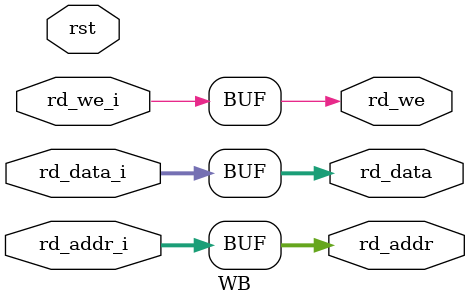
<source format=v>
`timescale 1ns/1ps
module WB(
    input wire rst,

    input wire rd_we_i,
    input wire [4:0] rd_addr_i,
    input wire [31:0] rd_data_i,

    output wire rd_we,
    output wire [4:0] rd_addr,
    output wire [31:0] rd_data
);
    assign rd_we = rd_we_i;
    assign rd_addr = rd_addr_i;
    assign rd_data = rd_data_i;
endmodule
</source>
